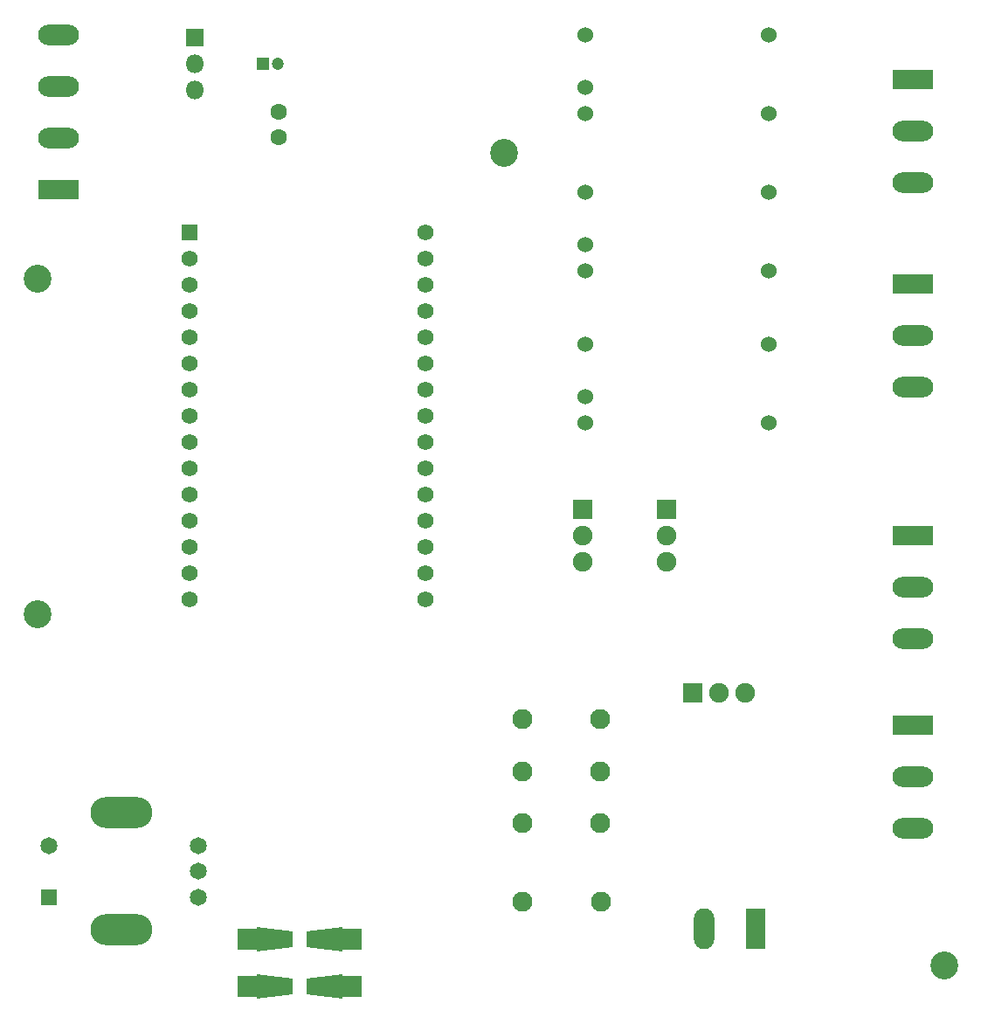
<source format=gbr>
%TF.GenerationSoftware,KiCad,Pcbnew,(5.1.8)-1*%
%TF.CreationDate,2020-12-11T20:22:55-08:00*%
%TF.ProjectId,TasmoTree,5461736d-6f54-4726-9565-2e6b69636164,rev?*%
%TF.SameCoordinates,Original*%
%TF.FileFunction,Soldermask,Top*%
%TF.FilePolarity,Negative*%
%FSLAX46Y46*%
G04 Gerber Fmt 4.6, Leading zero omitted, Abs format (unit mm)*
G04 Created by KiCad (PCBNEW (5.1.8)-1) date 2020-12-11 20:22:55*
%MOMM*%
%LPD*%
G01*
G04 APERTURE LIST*
%ADD10R,1.560000X1.560000*%
%ADD11C,1.560000*%
%ADD12C,1.950000*%
%ADD13C,1.524000*%
%ADD14C,2.700000*%
%ADD15R,1.800000X1.800000*%
%ADD16O,1.800000X1.800000*%
%ADD17R,1.650000X1.650000*%
%ADD18C,1.650000*%
%ADD19O,6.000000X3.000000*%
%ADD20C,0.150000*%
%ADD21R,1.998980X1.998980*%
%ADD22R,1.910000X1.910000*%
%ADD23C,1.910000*%
%ADD24R,3.960000X1.980000*%
%ADD25O,3.960000X1.980000*%
%ADD26R,1.980000X3.960000*%
%ADD27O,1.980000X3.960000*%
%ADD28C,1.200000*%
%ADD29R,1.200000X1.200000*%
%ADD30C,1.600000*%
G04 APERTURE END LIST*
D10*
%TO.C,U1*%
X113284000Y-71680000D03*
D11*
X113284000Y-74220000D03*
X113284000Y-76760000D03*
X113284000Y-79300000D03*
X113284000Y-81840000D03*
X113284000Y-84380000D03*
X113284000Y-86920000D03*
X113284000Y-89460000D03*
X113284000Y-92000000D03*
X113284000Y-94540000D03*
X113284000Y-97080000D03*
X113284000Y-99620000D03*
X113284000Y-102160000D03*
X113284000Y-104700000D03*
X113284000Y-107240000D03*
X136144000Y-71680000D03*
X136144000Y-74220000D03*
X136144000Y-76760000D03*
X136144000Y-79300000D03*
X136144000Y-81840000D03*
X136144000Y-84380000D03*
X136144000Y-86920000D03*
X136144000Y-89460000D03*
X136144000Y-92000000D03*
X136144000Y-94540000D03*
X136144000Y-97080000D03*
X136144000Y-99620000D03*
X136144000Y-102160000D03*
X136144000Y-104700000D03*
X136144000Y-107240000D03*
%TD*%
D12*
%TO.C,S1*%
X153162000Y-136525000D03*
X145602000Y-136525000D03*
X153102000Y-128970000D03*
X145602000Y-128970000D03*
X153102000Y-123930000D03*
X145602000Y-123930000D03*
X153102000Y-118890000D03*
X145602000Y-118890000D03*
%TD*%
D13*
%TO.C,U5*%
X169418000Y-60198000D03*
X169418000Y-52578000D03*
X151638000Y-52578000D03*
X151638000Y-57658000D03*
X151638000Y-60198000D03*
%TD*%
%TO.C,U4*%
X169418000Y-75438000D03*
X169418000Y-67818000D03*
X151638000Y-67818000D03*
X151638000Y-72898000D03*
X151638000Y-75438000D03*
%TD*%
%TO.C,U3*%
X169418000Y-90170000D03*
X169418000Y-82550000D03*
X151638000Y-82550000D03*
X151638000Y-87630000D03*
X151638000Y-90170000D03*
%TD*%
D14*
%TO.C, *%
X143764000Y-64008000D03*
%TD*%
%TO.C, *%
X98552000Y-76200000D03*
%TD*%
%TO.C, *%
X98552000Y-108712000D03*
%TD*%
%TO.C, *%
X186436000Y-142748000D03*
%TD*%
D15*
%TO.C,U2*%
X113792000Y-52832000D03*
D16*
X113792000Y-55372000D03*
X113792000Y-57912000D03*
%TD*%
D17*
%TO.C,SW1*%
X99680000Y-136104000D03*
D18*
X99680000Y-131104000D03*
X114180000Y-136104000D03*
X114180000Y-133604000D03*
X114180000Y-131104000D03*
D19*
X106680000Y-139304000D03*
X106680000Y-127904000D03*
%TD*%
D20*
%TO.C,R2*%
G36*
X128115060Y-139009120D02*
G01*
X128115060Y-141406880D01*
X124614940Y-141008100D01*
X124614940Y-139407900D01*
X128115060Y-139009120D01*
G37*
G36*
X119788940Y-141406880D02*
G01*
X119788940Y-139009120D01*
X123289060Y-139407900D01*
X123289060Y-141008100D01*
X119788940Y-141406880D01*
G37*
D21*
X128953260Y-140208000D03*
X118950740Y-140208000D03*
%TD*%
D20*
%TO.C,R1*%
G36*
X128115060Y-143581120D02*
G01*
X128115060Y-145978880D01*
X124614940Y-145580100D01*
X124614940Y-143979900D01*
X128115060Y-143581120D01*
G37*
G36*
X119788940Y-145978880D02*
G01*
X119788940Y-143581120D01*
X123289060Y-143979900D01*
X123289060Y-145580100D01*
X119788940Y-145978880D01*
G37*
D21*
X128953260Y-144780000D03*
X118950740Y-144780000D03*
%TD*%
D22*
%TO.C,Q3*%
X159512000Y-98542000D03*
D23*
X159512000Y-101092000D03*
X159512000Y-103642000D03*
%TD*%
D22*
%TO.C,Q2*%
X151384000Y-98542000D03*
D23*
X151384000Y-101092000D03*
X151384000Y-103642000D03*
%TD*%
D22*
%TO.C,Q1*%
X162052000Y-116332000D03*
D23*
X164602000Y-116332000D03*
X167152000Y-116332000D03*
%TD*%
D24*
%TO.C,J6*%
X183388000Y-76708000D03*
D25*
X183388000Y-81708000D03*
X183388000Y-86708000D03*
%TD*%
D24*
%TO.C,J5*%
X183388000Y-56896000D03*
D25*
X183388000Y-61896000D03*
X183388000Y-66896000D03*
%TD*%
D24*
%TO.C,J4*%
X183388000Y-101092000D03*
D25*
X183388000Y-106092000D03*
X183388000Y-111092000D03*
%TD*%
D26*
%TO.C,J3*%
X168148000Y-139192000D03*
D27*
X163148000Y-139192000D03*
%TD*%
D24*
%TO.C,J2*%
X183388000Y-119460000D03*
D25*
X183388000Y-124460000D03*
X183388000Y-129460000D03*
%TD*%
D24*
%TO.C,J1*%
X100584000Y-67564000D03*
D25*
X100584000Y-62564000D03*
X100584000Y-52564000D03*
X100584000Y-57564000D03*
%TD*%
D28*
%TO.C,C2*%
X121896000Y-55372000D03*
D29*
X120396000Y-55372000D03*
%TD*%
D30*
%TO.C,C1*%
X121920000Y-62484000D03*
X121920000Y-59984000D03*
%TD*%
M02*

</source>
